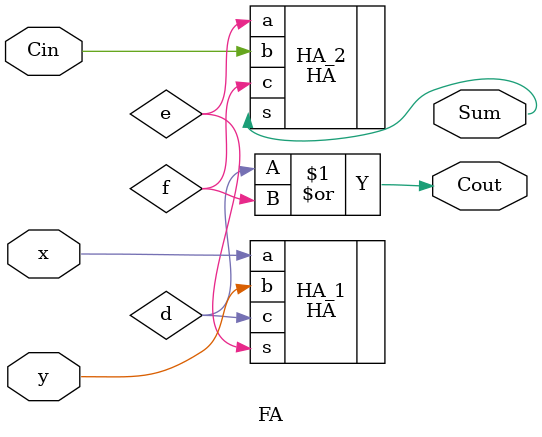
<source format=v>
`timescale 1ns / 1ps


module FA(
    input x,
    input y,
    input Cin,
    
    output Cout,
    output Sum
    );
    
    wire d, e, f;
    
    HA HA_1 (.a(x), .b(y), .c(d), .s(e));
    HA HA_2 (.a(e), .b(Cin), .c(f), .s(Sum));
    
    assign Cout = d | f;
    
endmodule




</source>
